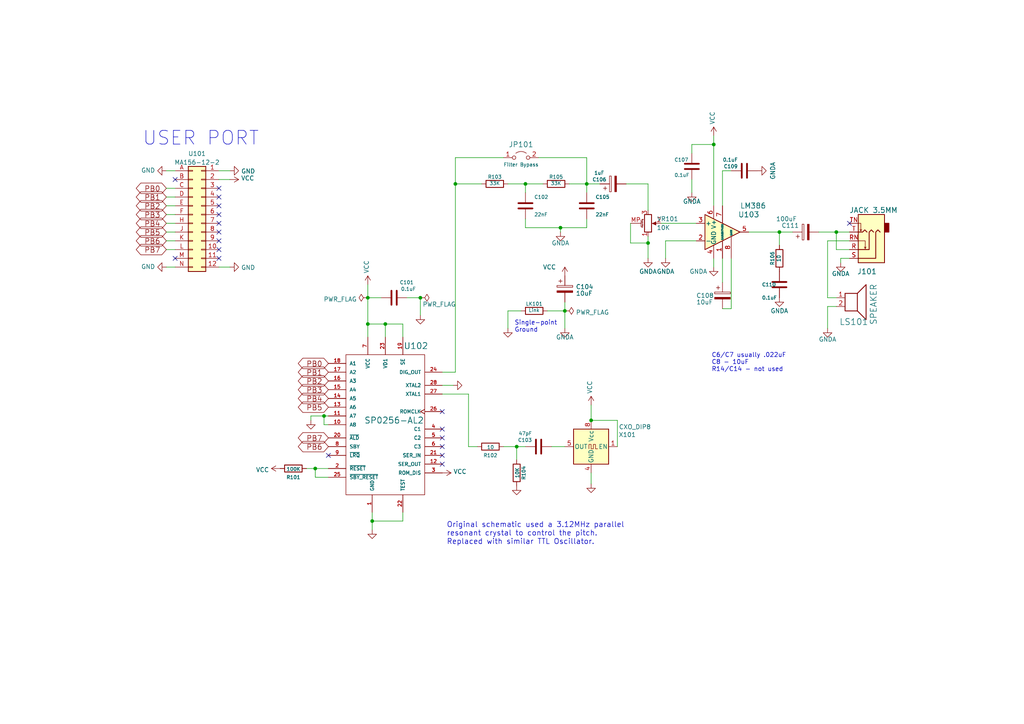
<source format=kicad_sch>
(kicad_sch (version 20211123) (generator eeschema)
  (paper "A4")
  (title_block (title "VIC1214Reloaded") (date "2022-07-07") (rev "1.0-001") (comment 1 "Speech processor board for the VIC-20") (comment 2 "Reusing the VIC-1214 designator, although not known if it was produced."))
  (lib_symbols
    (symbol "Amplifier_Audio:LM386" (pin_names (offset 0.127))
      (property "Reference" "U" (at 1.27 7.62 0))
      (property "Value" "LM386" (at 1.27 5.08 0))
      (symbol "LM386_0_1"
        (polyline (pts (xy 5.08 0) (xy -5.08 5.08) (xy -5.08 -5.08) (xy 5.08 0)) (stroke (width 0.254)) (fill (type background)))
      )
      (symbol "LM386_1_1"
        (pin input line (at 0 -7.62 90) (length 5.08) (name "GAIN") (number "1"))
        (pin input line (at -7.62 -2.54 0) (length 2.54) (name "-") (number "2"))
        (pin input line (at -7.62 2.54 0) (length 2.54) (name "+") (number "3"))
        (pin power_in line (at -2.54 -7.62 90) (length 3.81) (name "GND") (number "4"))
        (pin output line (at 7.62 0 180) (length 2.54) (name "~") (number "5"))
        (pin power_in line (at -2.54 7.62 270) (length 3.81) (name "V+") (number "6"))
        (pin input line (at 0 7.62 270) (length 5.08) (name "BYPASS") (number "7"))
        (pin input line (at 2.54 -7.62 90) (length 6.35) (name "GAIN") (number "8"))
      )
    )
    (symbol "Connector:AudioJack3_SwitchTR"
      (property "Reference" "J" (at 0 8.89 0))
      (property "Value" "AudioJack3_SwitchTR" (at 0 6.35 0))
      (symbol "AudioJack3_SwitchTR_0_1"
        (rectangle (start -5.08 -5.08) (end -6.35 -7.62) (stroke (width 0.254)) (fill (type outline)))
        (polyline (pts (xy 0.508 -0.254) (xy 0.762 -0.762)))
        (polyline (pts (xy 1.778 -5.334) (xy 2.032 -5.842)))
        (polyline (pts (xy 0 -5.08) (xy 0.635 -5.715) (xy 1.27 -5.08) (xy 2.54 -5.08)) (stroke (width 0.254)))
        (polyline (pts (xy 2.54 -7.62) (xy 1.778 -7.62) (xy 1.778 -5.334) (xy 1.524 -5.842)))
        (polyline (pts (xy 2.54 -2.54) (xy 0.508 -2.54) (xy 0.508 -0.254) (xy 0.254 -0.762)))
        (polyline (pts (xy -1.905 -5.08) (xy -1.27 -5.715) (xy -0.635 -5.08) (xy -0.635 0) (xy 2.54 0)) (stroke (width 0.254)))
        (polyline (pts (xy 2.54 2.54) (xy -2.54 2.54) (xy -2.54 -5.08) (xy -3.175 -5.715) (xy -3.81 -5.08)) (stroke (width 0.254)))
        (rectangle (start 2.54 3.81) (end -5.08 -10.16) (stroke (width 0.254)) (fill (type background)))
      )
      (symbol "AudioJack3_SwitchTR_1_1"
        (pin passive line (at 5.08 0 180) (length 2.54) (name "~") (number "R"))
        (pin passive line (at 5.08 -2.54 180) (length 2.54) (name "~") (number "RN"))
        (pin passive line (at 5.08 2.54 180) (length 2.54) (name "~") (number "S"))
        (pin passive line (at 5.08 -5.08 180) (length 2.54) (name "~") (number "T"))
        (pin passive line (at 5.08 -7.62 180) (length 2.54) (name "~") (number "TN"))
      )
    )
    (symbol "Device:C" (pin_numbers hide) (pin_names (offset 0.254))
      (property "Reference" "C" (at 0.635 2.54 0))
      (property "Value" "C" (at 0.635 -2.54 0))
      (symbol "C_0_1"
        (polyline (pts (xy -2.032 -0.762) (xy 2.032 -0.762)) (stroke (width 0.508)))
        (polyline (pts (xy -2.032 0.762) (xy 2.032 0.762)) (stroke (width 0.508)))
      )
      (symbol "C_1_1"
        (pin passive line (at 0 3.81 270) (length 2.794) (name "~") (number "1"))
        (pin passive line (at 0 -3.81 90) (length 2.794) (name "~") (number "2"))
      )
    )
    (symbol "Device:C_Polarized" (pin_numbers hide) (pin_names (offset 0.254))
      (property "Reference" "C" (at 0.635 2.54 0))
      (property "Value" "C_Polarized" (at 0.635 -2.54 0))
      (symbol "C_Polarized_0_1"
        (rectangle (start -2.286 0.508) (end 2.286 1.016))
        (polyline (pts (xy -1.778 2.286) (xy -0.762 2.286)))
        (polyline (pts (xy -1.27 2.794) (xy -1.27 1.778)))
        (rectangle (start 2.286 -0.508) (end -2.286 -1.016) (fill (type outline)))
      )
      (symbol "C_Polarized_1_1"
        (pin passive line (at 0 3.81 270) (length 2.794) (name "~") (number "1"))
        (pin passive line (at 0 -3.81 90) (length 2.794) (name "~") (number "2"))
      )
    )
    (symbol "Device:R" (pin_numbers hide) (pin_names (offset 0))
      (property "Reference" "R" (at 2.032 0 90))
      (property "Value" "R" (at 0 0 90))
      (symbol "R_0_1"
        (rectangle (start -1.016 -2.54) (end 1.016 2.54) (stroke (width 0.254)))
      )
      (symbol "R_1_1"
        (pin passive line (at 0 3.81 270) (length 1.27) (name "~") (number "1"))
        (pin passive line (at 0 -3.81 90) (length 1.27) (name "~") (number "2"))
      )
    )
    (symbol "Device:R_Potentiometer_MountingPin" (pin_names (offset 1.016) hide)
      (property "Reference" "RV" (at -8.255 0 90))
      (property "Value" "R_Potentiometer_MountingPin" (at -6.35 0 90))
      (symbol "R_Potentiometer_MountingPin_0_1"
        (polyline (pts (xy 2.54 0) (xy 1.524 0)))
        (polyline (pts (xy 1.143 0) (xy 2.286 0.508) (xy 2.286 -0.508)) (fill (type outline)))
        (rectangle (start 1.016 2.54) (end -1.016 -2.54) (stroke (width 0.254)))
      )
      (symbol "R_Potentiometer_MountingPin_1_1"
        (polyline (pts (xy -2.032 1.016) (xy -2.032 -1.016)) (stroke (width 0.1524)))
        (text "Mounting" (at -1.651 0 900) (effects (font (size 0.381 0.381))))
        (pin passive line (at 0 3.81 270) (length 1.27) (name "1") (number "1"))
        (pin passive line (at 3.81 0 180) (length 1.27) (name "2") (number "2"))
        (pin passive line (at 0 -3.81 90) (length 1.27) (name "3") (number "3"))
        (pin passive line (at -5.08 0 0) (length 3.048) (name "MountPin") (number "MP"))
      )
    )
    (symbol "Device:Speaker" (pin_names (offset 0) hide)
      (property "Reference" "LS" (at 1.27 5.715 0))
      (property "Value" "Speaker" (at 1.27 3.81 0))
      (symbol "Speaker_0_0"
        (rectangle (start -2.54 1.27) (end 1.016 -3.81) (stroke (width 0.254)))
        (polyline (pts (xy 1.016 1.27) (xy 3.556 3.81) (xy 3.556 -6.35) (xy 1.016 -3.81)) (stroke (width 0.254)))
      )
      (symbol "Speaker_1_1"
        (pin input line (at -5.08 0 0) (length 2.54) (name "1") (number "1"))
        (pin input line (at -5.08 -2.54 0) (length 2.54) (name "2") (number "2"))
      )
    )
    (symbol "Jumper:Jumper_2_Open" (pin_names (offset 0) hide)
      (property "Reference" "JP" (at 0 2.794 0))
      (property "Value" "Jumper_2_Open" (at 0 -2.286 0))
      (symbol "Jumper_2_Open_0_0"
        (circle (center -2.032 0) (radius 0.508))
        (circle (center 2.032 0) (radius 0.508))
      )
      (symbol "Jumper_2_Open_0_1"
        (arc (start 1.524 1.27) (mid 0 1.778) (end -1.524 1.27))
      )
      (symbol "Jumper_2_Open_1_1"
        (pin passive line (at -5.08 0 0) (length 2.54) (name "A") (number "1"))
        (pin passive line (at 5.08 0 180) (length 2.54) (name "B") (number "2"))
      )
    )
    (symbol "Oscillator:CXO_DIP8" (pin_names (offset 0.254))
      (property "Reference" "X" (at -5.08 6.35 0))
      (property "Value" "CXO_DIP8" (at 1.27 -6.35 0))
      (symbol "CXO_DIP8_0_1"
        (rectangle (start -5.08 5.08) (end 5.08 -5.08) (stroke (width 0.254)) (fill (type background)))
        (polyline (pts (xy -1.905 -0.635) (xy -1.27 -0.635) (xy -1.27 0.635) (xy -0.635 0.635) (xy -0.635 -0.635) (xy 0 -0.635) (xy 0 0.635) (xy 0.635 0.635) (xy 0.635 -0.635)))
      )
      (symbol "CXO_DIP8_1_1"
        (pin input line (at -7.62 0 0) (length 2.54) (name "EN") (number "1"))
        (pin power_in line (at 0 -7.62 90) (length 2.54) (name "GND") (number "4"))
        (pin output line (at 7.62 0 180) (length 2.54) (name "OUT") (number "5"))
        (pin power_in line (at 0 7.62 270) (length 2.54) (name "Vcc") (number "8"))
      )
    )
    (symbol "RAC_Custom2:MA156-12-2"
      (property "Reference" "U" (at 0 0 0))
      (property "Value" "MA156-12-2" (at 0 0 0))
      (symbol "MA156-12-2_1_1"
        (rectangle (start -2.54 2.667) (end -1.27 2.413) (stroke (width 0.1524)))
        (rectangle (start -2.54 5.207) (end -1.27 4.953) (stroke (width 0.1524)))
        (rectangle (start -2.54 7.747) (end -1.27 7.493) (stroke (width 0.1524)))
        (rectangle (start -2.54 10.287) (end -1.27 10.033) (stroke (width 0.1524)))
        (rectangle (start -2.54 12.827) (end -1.27 12.573) (stroke (width 0.1524)))
        (rectangle (start -2.54 15.367) (end -1.27 15.113) (stroke (width 0.1524)))
        (rectangle (start -2.54 17.907) (end -1.27 17.653) (stroke (width 0.1524)))
        (rectangle (start -2.54 20.447) (end -1.27 20.193) (stroke (width 0.1524)))
        (rectangle (start -2.54 22.987) (end -1.27 22.733) (stroke (width 0.1524)))
        (rectangle (start -2.54 25.527) (end -1.27 25.273) (stroke (width 0.1524)))
        (rectangle (start -2.54 28.067) (end -1.27 27.813) (stroke (width 0.1524)))
        (rectangle (start -2.54 30.607) (end -1.27 30.353) (stroke (width 0.1524)))
        (rectangle (start -2.54 31.75) (end 2.54 1.27) (stroke (width 0.254)) (fill (type background)))
        (rectangle (start 2.54 2.667) (end 1.27 2.413) (stroke (width 0.1524)))
        (rectangle (start 2.54 5.207) (end 1.27 4.953) (stroke (width 0.1524)))
        (rectangle (start 2.54 7.747) (end 1.27 7.493) (stroke (width 0.1524)))
        (rectangle (start 2.54 10.287) (end 1.27 10.033) (stroke (width 0.1524)))
        (rectangle (start 2.54 12.827) (end 1.27 12.573) (stroke (width 0.1524)))
        (rectangle (start 2.54 15.367) (end 1.27 15.113) (stroke (width 0.1524)))
        (rectangle (start 2.54 17.907) (end 1.27 17.653) (stroke (width 0.1524)))
        (rectangle (start 2.54 20.447) (end 1.27 20.193) (stroke (width 0.1524)))
        (rectangle (start 2.54 22.987) (end 1.27 22.733) (stroke (width 0.1524)))
        (rectangle (start 2.54 25.527) (end 1.27 25.273) (stroke (width 0.1524)))
        (rectangle (start 2.54 28.067) (end 1.27 27.813) (stroke (width 0.1524)))
        (rectangle (start 2.54 30.607) (end 1.27 30.353) (stroke (width 0.1524)))
        (pin passive line (at 6.35 30.48 180) (length 3.81) (name "") (number "1"))
        (pin passive line (at 6.35 7.62 180) (length 3.81) (name "") (number "10"))
        (pin passive line (at 6.35 5.08 180) (length 3.81) (name "") (number "11"))
        (pin passive line (at 6.35 2.54 180) (length 3.81) (name "") (number "12"))
        (pin passive line (at 6.35 27.94 180) (length 3.81) (name "") (number "2"))
        (pin passive line (at 6.35 25.4 180) (length 3.81) (name "") (number "3"))
        (pin passive line (at 6.35 22.86 180) (length 3.81) (name "") (number "4"))
        (pin passive line (at 6.35 20.32 180) (length 3.81) (name "") (number "5"))
        (pin passive line (at 6.35 17.78 180) (length 3.81) (name "") (number "6"))
        (pin passive line (at 6.35 15.24 180) (length 3.81) (name "") (number "7"))
        (pin passive line (at 6.35 12.7 180) (length 3.81) (name "") (number "8"))
        (pin passive line (at 6.35 10.16 180) (length 3.81) (name "") (number "9"))
        (pin passive line (at -6.35 30.48 0) (length 3.81) (name "") (number "A"))
        (pin passive line (at -6.35 27.94 0) (length 3.81) (name "") (number "B"))
        (pin passive line (at -6.35 25.4 0) (length 3.81) (name "") (number "C"))
        (pin passive line (at -6.35 22.86 0) (length 3.81) (name "") (number "D"))
        (pin passive line (at -6.35 20.32 0) (length 3.81) (name "") (number "E"))
        (pin passive line (at -6.35 17.78 0) (length 3.81) (name "") (number "F"))
        (pin passive line (at -6.35 15.24 0) (length 3.81) (name "") (number "H"))
        (pin passive line (at -6.35 12.7 0) (length 3.81) (name "") (number "J"))
        (pin passive line (at -6.35 10.16 0) (length 3.81) (name "") (number "K"))
        (pin passive line (at -6.35 7.62 0) (length 3.81) (name "") (number "L"))
        (pin passive line (at -6.35 5.08 0) (length 3.81) (name "") (number "M"))
        (pin passive line (at -6.35 2.54 0) (length 3.81) (name "") (number "N"))
      )
    )
    (symbol "RAC_Custom2:SP0256-AL2" (pin_names (offset 1.016))
      (property "Reference" "U2" (at 8.89 22.86 0))
      (property "Value" "SP0256-AL2" (at 2.54 1.27 0))
      (symbol "SP0256-AL2_0_0"
        (pin passive line (at -3.81 -25.4 90) (length 5.08) (name "GND") (number "1"))
        (pin input line (at -16.51 0 0) (length 5.08) (name "A8") (number "10"))
        (pin input line (at -16.51 2.54 0) (length 5.08) (name "A7") (number "11"))
        (pin output line (at 16.51 -11.43 180) (length 5.08) (name "SER_OUT") (number "12"))
        (pin passive line (at 5.08 25.4 270) (length 5.08) (name "SE") (number "19"))
        (pin passive line (at -16.51 -12.7 0) (length 5.08) (name "~{RESET}") (number "2"))
        (pin input line (at 16.51 -8.89 180) (length 5.08) (name "SER_IN") (number "21"))
        (pin passive line (at 5.08 -25.4 90) (length 5.08) (name "TEST") (number "22"))
        (pin passive line (at 0 25.4 270) (length 5.08) (name "VD1") (number "23"))
        (pin output line (at 16.51 15.24 180) (length 5.08) (name "DIG_OUT") (number "24"))
        (pin passive line (at -16.51 -15.24 0) (length 5.08) (name "~{SBY_RESET}") (number "25"))
        (pin output clock (at 16.51 3.81 180) (length 5.08) (name "ROMCLK") (number "26"))
        (pin passive line (at 16.51 8.89 180) (length 5.08) (name "XTAL1") (number "27"))
        (pin passive line (at 16.51 11.43 180) (length 5.08) (name "XTAL2") (number "28"))
        (pin input line (at 16.51 -13.97 180) (length 5.08) (name "ROM_DIS") (number "3"))
        (pin input line (at 16.51 -1.27 180) (length 5.08) (name "C1") (number "4"))
        (pin input line (at 16.51 -3.81 180) (length 5.08) (name "C2") (number "5"))
        (pin input line (at 16.51 -6.35 180) (length 5.08) (name "C3") (number "6"))
        (pin power_in line (at -5.08 25.4 270) (length 5.08) (name "VCC") (number "7"))
        (pin passive line (at -16.51 -6.35 0) (length 5.08) (name "SBY") (number "8"))
      )
      (symbol "SP0256-AL2_0_1"
        (rectangle (start -11.43 20.32) (end 11.43 -20.32))
      )
      (symbol "SP0256-AL2_1_1"
        (pin input line (at -16.51 5.08 0) (length 5.08) (name "A6") (number "13"))
        (pin input line (at -16.51 7.62 0) (length 5.08) (name "A5") (number "14"))
        (pin input line (at -16.51 10.16 0) (length 5.08) (name "A4") (number "15"))
        (pin input line (at -16.51 12.7 0) (length 5.08) (name "A3") (number "16"))
        (pin input line (at -16.51 15.24 0) (length 5.08) (name "A2") (number "17"))
        (pin input line (at -16.51 17.78 0) (length 5.08) (name "A1") (number "18"))
        (pin input line (at -16.51 -3.81 0) (length 5.08) (name "~{ALD}") (number "20"))
        (pin input line (at -16.51 -8.89 0) (length 5.08) (name "~{LRQ}") (number "9"))
      )
    )
    (symbol "power:GND" (power) (pin_names (offset 0))
      (property "Value" "GND" (at 0 -3.81 0))
      (symbol "GND_0_1"
        (polyline (pts (xy 0 0) (xy 0 -1.27) (xy 1.27 -1.27) (xy 0 -2.54) (xy -1.27 -1.27) (xy 0 -1.27)))
      )
      (symbol "GND_1_1"
        (pin power_in line (at 0 0 270) (length 0) hide (name "GND") (number "1"))
      )
    )
    (symbol "power:GNDA" (power) (pin_names (offset 0))
      (property "Value" "GNDA" (at 0 -3.81 0))
      (symbol "GNDA_0_1"
        (polyline (pts (xy 0 0) (xy 0 -1.27) (xy 1.27 -1.27) (xy 0 -2.54) (xy -1.27 -1.27) (xy 0 -1.27)))
      )
      (symbol "GNDA_1_1"
        (pin power_in line (at 0 0 270) (length 0) hide (name "GNDA") (number "1"))
      )
    )
    (symbol "power:PWR_FLAG" (power) (pin_numbers hide) (pin_names (offset 0) hide)
      (property "Value" "PWR_FLAG" (at 0 3.81 0))
      (symbol "PWR_FLAG_0_0"
        (pin power_out line (at 0 0 90) (length 0) (name "pwr") (number "1"))
      )
      (symbol "PWR_FLAG_0_1"
        (polyline (pts (xy 0 0) (xy 0 1.27) (xy -1.016 1.905) (xy 0 2.54) (xy 1.016 1.905) (xy 0 1.27)))
      )
    )
    (symbol "power:VCC" (power) (pin_names (offset 0))
      (property "Value" "VCC" (at 0 3.81 0))
      (symbol "VCC_0_1"
        (polyline (pts (xy -0.762 1.27) (xy 0 2.54)))
        (polyline (pts (xy 0 0) (xy 0 2.54)))
        (polyline (pts (xy 0 2.54) (xy 0.762 1.27)))
      )
      (symbol "VCC_1_1"
        (pin power_in line (at 0 0 90) (length 0) hide (name "VCC") (number "1"))
      )
    )
  )
  (junction (at 149.86 129.54))
  (junction (at 106.68 86.36))
  (junction (at 170.18 53.34))
  (junction (at 106.68 93.98))
  (junction (at 226.06 67.31))
  (junction (at 152.4 53.34))
  (junction (at 93.98 120.65))
  (junction (at 242.57 67.31))
  (junction (at 162.56 66.04))
  (junction (at 107.95 151.13))
  (junction (at 187.96 70.485))
  (junction (at 132.08 53.34))
  (junction (at 171.45 121.92))
  (junction (at 91.44 135.89))
  (junction (at 111.76 93.98))
  (junction (at 207.01 41.91))
  (junction (at 163.83 90.17))
  (junction (at 121.92 86.36))
  (no_connect (at 63.5 69.85))
  (no_connect (at 63.5 64.77))
  (no_connect (at 63.5 62.23))
  (no_connect (at 63.5 67.31))
  (no_connect (at 63.5 57.15))
  (no_connect (at 63.5 54.61))
  (no_connect (at 63.5 59.69))
  (no_connect (at 50.8 74.93))
  (no_connect (at 50.8 52.07))
  (no_connect (at 63.5 72.39))
  (no_connect (at 63.5 74.93))
  (no_connect (at 128.27 134.62))
  (no_connect (at 128.27 127))
  (no_connect (at 128.27 129.54))
  (no_connect (at 128.27 132.08))
  (no_connect (at 128.27 119.38))
  (no_connect (at 128.27 124.46))
  (no_connect (at 95.25 132.08))
  (no_connect (at 246.38 64.77))
  (wire (pts (xy 158.75 90.17) (xy 163.83 90.17)))
  (wire (pts (xy 207.01 41.91) (xy 200.66 41.91)))
  (wire (pts (xy 132.08 45.72) (xy 132.08 53.34)))
  (wire (pts (xy 132.08 53.34) (xy 132.08 107.95)))
  (wire (pts (xy 163.83 87.63) (xy 163.83 90.17)))
  (wire (pts (xy 170.18 45.72) (xy 170.18 53.34)))
  (wire (pts (xy 147.32 90.17) (xy 147.32 95.25)))
  (wire (pts (xy 240.03 69.85) (xy 240.03 86.36)))
  (wire (pts (xy 48.26 69.85) (xy 50.8 69.85)))
  (wire (pts (xy 212.09 74.93) (xy 212.09 89.535)))
  (wire (pts (xy 162.56 66.04) (xy 170.18 66.04)))
  (wire (pts (xy 200.66 41.91) (xy 200.66 44.45)))
  (wire (pts (xy 132.08 107.95) (xy 128.27 107.95)))
  (wire (pts (xy 91.44 138.43) (xy 91.44 135.89)))
  (wire (pts (xy 193.04 69.85) (xy 201.93 69.85)))
  (wire (pts (xy 66.675 77.47) (xy 63.5 77.47)))
  (wire (pts (xy 152.4 53.34) (xy 152.4 55.88)))
  (wire (pts (xy 209.55 49.53) (xy 212.09 49.53)))
  (wire (pts (xy 50.8 67.31) (xy 48.26 67.31)))
  (wire (pts (xy 243.84 74.93) (xy 243.84 76.2)))
  (wire (pts (xy 187.96 68.58) (xy 187.96 70.485)))
  (wire (pts (xy 226.06 67.31) (xy 229.87 67.31)))
  (wire (pts (xy 182.88 64.77) (xy 182.88 70.485)))
  (wire (pts (xy 48.26 64.77) (xy 50.8 64.77)))
  (wire (pts (xy 107.95 148.59) (xy 107.95 151.13)))
  (wire (pts (xy 111.76 93.98) (xy 116.84 93.98)))
  (wire (pts (xy 48.26 49.53) (xy 50.8 49.53)))
  (wire (pts (xy 147.32 53.34) (xy 152.4 53.34)))
  (wire (pts (xy 106.68 86.36) (xy 110.49 86.36)))
  (wire (pts (xy 240.03 88.9) (xy 240.03 95.25)))
  (wire (pts (xy 243.84 74.93) (xy 246.38 74.93)))
  (wire (pts (xy 135.89 129.54) (xy 138.43 129.54)))
  (wire (pts (xy 170.18 53.34) (xy 173.99 53.34)))
  (wire (pts (xy 107.95 151.13) (xy 107.95 153.67)))
  (wire (pts (xy 128.27 111.76) (xy 131.445 111.76)))
  (wire (pts (xy 118.11 86.36) (xy 121.92 86.36)))
  (wire (pts (xy 149.86 129.54) (xy 152.4 129.54)))
  (wire (pts (xy 207.01 39.37) (xy 207.01 41.91)))
  (wire (pts (xy 111.76 97.79) (xy 111.76 93.98)))
  (wire (pts (xy 106.68 82.55) (xy 106.68 86.36)))
  (wire (pts (xy 106.68 93.98) (xy 106.68 97.79)))
  (wire (pts (xy 240.03 86.36) (xy 242.57 86.36)))
  (wire (pts (xy 171.45 117.475) (xy 171.45 121.92)))
  (wire (pts (xy 116.84 151.13) (xy 116.84 148.59)))
  (wire (pts (xy 226.06 67.31) (xy 226.06 71.12)))
  (wire (pts (xy 48.26 54.61) (xy 50.8 54.61)))
  (wire (pts (xy 209.55 74.93) (xy 209.55 81.915)))
  (wire (pts (xy 207.01 41.91) (xy 207.01 59.69)))
  (wire (pts (xy 160.02 129.54) (xy 163.83 129.54)))
  (wire (pts (xy 106.68 86.36) (xy 106.68 93.98)))
  (wire (pts (xy 50.8 72.39) (xy 48.26 72.39)))
  (wire (pts (xy 165.1 53.34) (xy 170.18 53.34)))
  (wire (pts (xy 200.66 52.07) (xy 200.66 55.88)))
  (wire (pts (xy 217.17 67.31) (xy 226.06 67.31)))
  (wire (pts (xy 88.9 135.89) (xy 91.44 135.89)))
  (wire (pts (xy 93.98 120.65) (xy 93.98 123.19)))
  (wire (pts (xy 171.45 121.92) (xy 179.07 121.92)))
  (wire (pts (xy 152.4 53.34) (xy 157.48 53.34)))
  (wire (pts (xy 107.95 151.13) (xy 116.84 151.13)))
  (wire (pts (xy 48.26 77.47) (xy 50.8 77.47)))
  (wire (pts (xy 48.26 59.69) (xy 50.8 59.69)))
  (wire (pts (xy 170.18 53.34) (xy 170.18 55.88)))
  (wire (pts (xy 149.86 129.54) (xy 149.86 133.35)))
  (wire (pts (xy 90.17 121.92) (xy 90.17 120.65)))
  (wire (pts (xy 237.49 67.31) (xy 242.57 67.31)))
  (wire (pts (xy 50.8 62.23) (xy 48.26 62.23)))
  (wire (pts (xy 90.17 120.65) (xy 93.98 120.65)))
  (wire (pts (xy 106.68 93.98) (xy 111.76 93.98)))
  (wire (pts (xy 242.57 67.31) (xy 246.38 67.31)))
  (wire (pts (xy 135.89 114.3) (xy 128.27 114.3)))
  (wire (pts (xy 152.4 63.5) (xy 152.4 66.04)))
  (wire (pts (xy 152.4 66.04) (xy 162.56 66.04)))
  (wire (pts (xy 191.77 64.77) (xy 201.93 64.77)))
  (wire (pts (xy 170.18 63.5) (xy 170.18 66.04)))
  (wire (pts (xy 171.45 137.16) (xy 171.45 140.335)))
  (wire (pts (xy 132.08 45.72) (xy 146.05 45.72)))
  (wire (pts (xy 242.57 72.39) (xy 242.57 67.31)))
  (wire (pts (xy 147.32 90.17) (xy 151.13 90.17)))
  (wire (pts (xy 187.96 70.485) (xy 187.96 74.93)))
  (wire (pts (xy 135.89 114.3) (xy 135.89 129.54)))
  (wire (pts (xy 146.05 129.54) (xy 149.86 129.54)))
  (wire (pts (xy 93.98 123.19) (xy 95.25 123.19)))
  (wire (pts (xy 242.57 72.39) (xy 246.38 72.39)))
  (wire (pts (xy 93.98 120.65) (xy 95.25 120.65)))
  (wire (pts (xy 181.61 53.34) (xy 187.96 53.34)))
  (wire (pts (xy 91.44 135.89) (xy 95.25 135.89)))
  (wire (pts (xy 63.5 52.07) (xy 66.675 52.07)))
  (wire (pts (xy 50.8 57.15) (xy 48.26 57.15)))
  (wire (pts (xy 121.92 86.36) (xy 121.92 91.44)))
  (wire (pts (xy 187.96 53.34) (xy 187.96 60.96)))
  (wire (pts (xy 91.44 138.43) (xy 95.25 138.43)))
  (wire (pts (xy 156.21 45.72) (xy 170.18 45.72)))
  (wire (pts (xy 179.07 121.92) (xy 179.07 129.54)))
  (wire (pts (xy 132.08 53.34) (xy 139.7 53.34)))
  (wire (pts (xy 66.675 49.53) (xy 63.5 49.53)))
  (wire (pts (xy 207.01 74.93) (xy 207.01 77.47)))
  (wire (pts (xy 163.83 90.17) (xy 163.83 95.25)))
  (wire (pts (xy 162.56 66.04) (xy 162.56 67.31)))
  (wire (pts (xy 246.38 69.85) (xy 240.03 69.85)))
  (wire (pts (xy 116.84 93.98) (xy 116.84 97.79)))
  (wire (pts (xy 182.88 70.485) (xy 187.96 70.485)))
  (wire (pts (xy 242.57 88.9) (xy 240.03 88.9)))
  (wire (pts (xy 193.04 69.85) (xy 193.04 74.93)))
  (wire (pts (xy 209.55 49.53) (xy 209.55 59.69)))
  (wire (pts (xy 212.09 89.535) (xy 209.55 89.535)))
  (text "Original schematic used a 3.12MHz parallel\nresonant crystal to control the pitch.\nReplaced with similar TTL Oscillator." (at 129.54 158.115 0) (effects (font (size 1.524 1.524)) (justify left bottom)))
  (text "C6/C7 usually .022uF\nC8 - 10uF\nR14/C14 - not used" (at 206.375 107.95 0) (effects (font (size 1.27 1.27)) (justify left bottom)))
  (text "Single-point\nGround" (at 149.225 96.52 0) (effects (font (size 1.27 1.27)) (justify left bottom)))
  (text "USER PORT" (at 41.275 42.545 0) (effects (font (size 3.9878 3.9878)) (justify left bottom)))
  (global_label "PB3" (shape bidirectional) (at 95.25 113.03 180) (effects (font (size 1.524 1.524))) (property "Intersheet References" "${INTERSHEET_REFS}" (effects hide)))
  (global_label "PB1" (shape bidirectional) (at 48.26 57.15 180) (effects (font (size 1.524 1.524))) (property "Intersheet References" "${INTERSHEET_REFS}" (effects hide)))
  (global_label "PB3" (shape bidirectional) (at 48.26 62.23 180) (effects (font (size 1.524 1.524))) (property "Intersheet References" "${INTERSHEET_REFS}" (effects hide)))
  (global_label "PB6" (shape bidirectional) (at 48.26 69.85 180) (effects (font (size 1.524 1.524))) (property "Intersheet References" "${INTERSHEET_REFS}" (effects hide)))
  (global_label "PB0" (shape bidirectional) (at 48.26 54.61 180) (effects (font (size 1.524 1.524))) (property "Intersheet References" "${INTERSHEET_REFS}" (effects hide)))
  (global_label "PB4" (shape bidirectional) (at 95.25 115.57 180) (effects (font (size 1.524 1.524))) (property "Intersheet References" "${INTERSHEET_REFS}" (effects hide)))
  (global_label "PB7" (shape bidirectional) (at 95.25 127 180) (effects (font (size 1.524 1.524))) (property "Intersheet References" "${INTERSHEET_REFS}" (effects hide)))
  (global_label "PB6" (shape bidirectional) (at 95.25 129.54 180) (effects (font (size 1.524 1.524))) (property "Intersheet References" "${INTERSHEET_REFS}" (effects hide)))
  (global_label "PB5" (shape bidirectional) (at 95.25 118.11 180) (effects (font (size 1.524 1.524))) (property "Intersheet References" "${INTERSHEET_REFS}" (effects hide)))
  (global_label "PB0" (shape bidirectional) (at 95.25 105.41 180) (effects (font (size 1.524 1.524))) (property "Intersheet References" "${INTERSHEET_REFS}" (effects hide)))
  (global_label "PB2" (shape bidirectional) (at 95.25 110.49 180) (effects (font (size 1.524 1.524))) (property "Intersheet References" "${INTERSHEET_REFS}" (effects hide)))
  (global_label "PB4" (shape bidirectional) (at 48.26 64.77 180) (effects (font (size 1.524 1.524))) (property "Intersheet References" "${INTERSHEET_REFS}" (effects hide)))
  (global_label "PB7" (shape bidirectional) (at 48.26 72.39 180) (effects (font (size 1.524 1.524))) (property "Intersheet References" "${INTERSHEET_REFS}" (effects hide)))
  (global_label "PB1" (shape bidirectional) (at 95.25 107.95 180) (effects (font (size 1.524 1.524))) (property "Intersheet References" "${INTERSHEET_REFS}" (effects hide)))
  (global_label "PB2" (shape bidirectional) (at 48.26 59.69 180) (effects (font (size 1.524 1.524))) (property "Intersheet References" "${INTERSHEET_REFS}" (effects hide)))
  (global_label "PB5" (shape bidirectional) (at 48.26 67.31 180) (effects (font (size 1.524 1.524))) (property "Intersheet References" "${INTERSHEET_REFS}" (effects hide)))
  (symbol (lib_id "RAC_Custom2:SP0256-AL2") (at 111.76 123.19 0) (unit 1)
    (property "Reference" "U102" (at 120.65 100.33 0) (effects (font (size 1.778 1.778))))
    (property "Value" "SP0256-AL2" (at 114.3 121.92 0) (effects (font (size 1.778 1.778))))
    (property "Footprint" "Package_DIP:DIP-28_W15.24mm_Socket" (effects hide))
  )
  (symbol (lib_id "Device:R") (at 143.51 53.34 90) (unit 1)
    (property "Reference" "R103" (at 143.51 51.308 90) (effects (font (size 1.016 1.016))))
    (property "Value" "33K" (at 143.4846 53.1622 90) (effects (font (size 1.016 1.016))))
    (property "Footprint" "Resistor_THT:R_Axial_DIN0207_L6.3mm_D2.5mm_P7.62mm_Horizontal" (effects hide))
  )
  (symbol (lib_id "Device:R") (at 161.29 53.34 90) (unit 1)
    (property "Reference" "R105" (at 161.29 51.308 90) (effects (font (size 1.016 1.016))))
    (property "Value" "33K" (at 161.2646 53.1622 90) (effects (font (size 1.016 1.016))))
    (property "Footprint" "Resistor_THT:R_Axial_DIN0207_L6.3mm_D2.5mm_P7.62mm_Horizontal" (effects hide))
  )
  (symbol (lib_id "Device:C") (at 152.4 59.69 0) (unit 1)
    (property "Reference" "C102" (at 154.94 57.15 0) (effects (font (size 1.016 1.016)) (justify left)))
    (property "Value" "22nF" (at 154.94 62.23 0) (effects (font (size 1.016 1.016)) (justify left)))
    (property "Footprint" "Capacitor_THT:C_Disc_D7.0mm_W2.5mm_P5.00mm" (effects hide))
  )
  (symbol (lib_id "Device:C") (at 170.18 59.69 0) (unit 1)
    (property "Reference" "C105" (at 172.72 57.15 0) (effects (font (size 1.016 1.016)) (justify left)))
    (property "Value" "22nF" (at 172.72 62.23 0) (effects (font (size 1.016 1.016)) (justify left)))
    (property "Footprint" "Capacitor_THT:C_Disc_D7.0mm_W2.5mm_P5.00mm" (effects hide))
  )
  (symbol (lib_id "Device:C_Polarized") (at 177.8 53.34 90) (unit 1)
    (property "Reference" "C106" (at 175.895 52.07 90) (effects (font (size 1.016 1.016)) (justify left)))
    (property "Value" "1uF" (at 175.26 50.165 90) (effects (font (size 1.016 1.016)) (justify left)))
    (property "Footprint" "Capacitor_THT:CP_Radial_D6.3mm_P2.50mm" (effects hide))
  )
  (symbol (lib_id "Jumper:Jumper_2_Open") (at 151.13 45.72 0) (unit 1)
    (property "Reference" "JP101" (at 151.13 41.91 0) (effects (font (size 1.524 1.524))))
    (property "Value" "Filter Bypass" (at 151.13 47.752 0) (effects (font (size 1.016 1.016))))
    (property "Footprint" "Connector_PinHeader_2.54mm:PinHeader_1x02_P2.54mm_Vertical" (effects hide))
  )
  (symbol (lib_id "Amplifier_Audio:LM386") (at 209.55 67.31 0) (unit 1)
    (property "Reference" "U103" (at 217.17 62.23 0) (effects (font (size 1.524 1.524))))
    (property "Value" "LM386" (at 218.44 59.69 0) (effects (font (size 1.524 1.524))))
    (property "Footprint" "Package_DIP:DIP-8_W7.62mm_Socket" (effects hide))
    (property "Datasheet" "http://www.ti.com/lit/ds/symlink/lm386.pdf" (effects hide))
  )
  (symbol (lib_id "Device:C") (at 215.9 49.53 90) (unit 1)
    (property "Reference" "C109" (at 213.995 48.26 90) (effects (font (size 1.016 1.016)) (justify left)))
    (property "Value" "0.1uF" (at 213.995 46.355 90) (effects (font (size 1.016 1.016)) (justify left)))
    (property "Footprint" "Capacitor_THT:C_Disc_D5.0mm_W2.5mm_P5.00mm" (effects hide))
  )
  (symbol (lib_id "Device:C") (at 226.06 82.55 0) (unit 1)
    (property "Reference" "C110" (at 220.98 82.55 0) (effects (font (size 1.016 1.016)) (justify left)))
    (property "Value" "0.1uF" (at 220.98 86.36 0) (effects (font (size 1.016 1.016)) (justify left)))
    (property "Footprint" "Capacitor_THT:C_Disc_D5.0mm_W2.5mm_P5.00mm" (effects hide))
  )
  (symbol (lib_id "Device:R") (at 226.06 74.93 180) (unit 1)
    (property "Reference" "R106" (at 224.028 74.93 90) (effects (font (size 1.016 1.016))))
    (property "Value" "10" (at 225.8822 74.9554 90) (effects (font (size 1.016 1.016))))
    (property "Footprint" "Resistor_THT:R_Axial_DIN0207_L6.3mm_D2.5mm_P7.62mm_Horizontal" (effects hide))
  )
  (symbol (lib_id "Device:C_Polarized") (at 233.68 67.31 90) (unit 1)
    (property "Reference" "C111" (at 231.775 65.405 90) (effects (justify left)))
    (property "Value" "100uF" (at 231.14 63.5 90) (effects (justify left)))
    (property "Footprint" "Capacitor_THT:CP_Radial_D6.3mm_P2.50mm" (effects hide))
  )
  (symbol (lib_id "Device:Speaker") (at 247.65 86.36 0) (unit 1)
    (property "Reference" "LS101" (at 247.65 93.345 0) (effects (font (size 1.778 1.778))))
    (property "Value" "SPEAKER" (at 253.365 88.265 90) (effects (font (size 1.778 1.778))))
    (property "Footprint" "Connector_PinHeader_2.54mm:PinHeader_1x02_P2.54mm_Vertical" (effects hide))
  )
  (symbol (lib_id "Device:C_Polarized") (at 209.55 85.725 0) (unit 1)
    (property "Reference" "C108" (at 201.93 85.725 0) (effects (justify left)))
    (property "Value" "10uF" (at 201.93 87.63 0) (effects (justify left)))
    (property "Footprint" "Capacitor_THT:CP_Radial_D6.3mm_P2.50mm" (effects hide))
  )
  (symbol (lib_id "Device:C") (at 200.66 48.26 0) (unit 1)
    (property "Reference" "C107" (at 195.58 46.355 0) (effects (font (size 1.016 1.016)) (justify left)))
    (property "Value" "0.1uF" (at 195.58 50.8 0) (effects (font (size 1.016 1.016)) (justify left)))
    (property "Footprint" "Capacitor_THT:C_Disc_D5.0mm_W2.5mm_P5.00mm" (effects hide))
  )
  (symbol (lib_id "Device:R_Potentiometer_MountingPin") (at 187.96 64.77 0) (mirror x) (unit 1)
    (property "Reference" "VR101" (at 193.675 63.5 0))
    (property "Value" "10K" (at 192.405 66.04 0))
    (property "Footprint" "Potentiometer_THT:Potentiometer_Alps_RK09L_Single_Horizontal" (effects hide))
  )
  (symbol (lib_id "Device:C") (at 156.21 129.54 90) (unit 1)
    (property "Reference" "C103" (at 154.305 127.635 90) (effects (font (size 1.016 1.016)) (justify left)))
    (property "Value" "47pF" (at 154.305 125.73 90) (effects (font (size 1.016 1.016)) (justify left)))
    (property "Footprint" "Capacitor_THT:C_Disc_D5.0mm_W2.5mm_P5.00mm" (effects hide))
  )
  (symbol (lib_id "Device:R") (at 142.24 129.54 270) (unit 1)
    (property "Reference" "R102" (at 142.24 132.08 90) (effects (font (size 1.016 1.016))))
    (property "Value" "10" (at 142.2654 129.7178 90) (effects (font (size 1.016 1.016))))
    (property "Footprint" "Resistor_THT:R_Axial_DIN0207_L6.3mm_D2.5mm_P7.62mm_Horizontal" (effects hide))
  )
  (symbol (lib_id "Device:R") (at 149.86 137.16 0) (unit 1)
    (property "Reference" "R104" (at 151.892 137.16 90) (effects (font (size 1.016 1.016))))
    (property "Value" "10K" (at 150.0378 137.1346 90) (effects (font (size 1.016 1.016))))
    (property "Footprint" "Resistor_THT:R_Axial_DIN0207_L6.3mm_D2.5mm_P7.62mm_Horizontal" (effects hide))
  )
  (symbol (lib_id "power:GND") (at 149.86 140.97 0) (unit 1)
    (property "Reference" "#PWR0114" (effects hide))
    (property "Value" "GND" (effects hide))
  )
  (symbol (lib_id "power:GND") (at 107.95 153.67 0) (mirror y) (unit 1)
    (property "Reference" "#PWR0109" (effects hide))
    (property "Value" "GND" (effects hide))
  )
  (symbol (lib_id "Device:C") (at 114.3 86.36 90) (unit 1)
    (property "Reference" "C101" (at 120.015 81.915 90) (effects (font (size 1.016 1.016)) (justify left)))
    (property "Value" "0.1uF" (at 120.65 83.82 90) (effects (font (size 1.016 1.016)) (justify left)))
    (property "Footprint" "Capacitor_THT:C_Disc_D5.0mm_W2.5mm_P5.00mm" (effects hide))
  )
  (symbol (lib_id "power:GND") (at 121.92 91.44 0) (mirror y) (unit 1)
    (property "Reference" "#PWR0110" (effects hide))
    (property "Value" "GND" (effects hide))
  )
  (symbol (lib_id "power:GND") (at 147.32 95.25 0) (mirror y) (unit 1)
    (property "Reference" "#PWR0113" (effects hide))
    (property "Value" "GND" (effects hide))
  )
  (symbol (lib_id "power:GND") (at 131.445 111.76 90) (unit 1)
    (property "Reference" "#PWR0112" (effects hide))
    (property "Value" "GND" (effects hide))
  )
  (symbol (lib_id "power:GND") (at 90.17 121.92 0) (unit 1)
    (property "Reference" "#PWR0107" (effects hide))
    (property "Value" "GND" (effects hide))
  )
  (symbol (lib_id "Connector:AudioJack3_SwitchTR") (at 251.46 72.39 180) (unit 1)
    (property "Reference" "J101" (at 251.46 78.74 0) (effects (font (size 1.524 1.524))))
    (property "Value" "JACK 3.5MM" (at 253.365 60.96 0) (effects (font (size 1.524 1.524))))
    (property "Footprint" "Connector_Audio:Jack_3.5mm_Ledino_KB3SPRS_Horizontal" (effects hide))
  )
  (symbol (lib_id "power:GNDA") (at 219.71 49.53 90) (unit 1)
    (property "Reference" "#PWR0125" (effects hide))
    (property "Value" "AGND" (at 224.155 49.53 0))
  )
  (symbol (lib_id "power:GNDA") (at 226.06 86.36 0) (unit 1)
    (property "Reference" "#PWR0126" (effects hide))
    (property "Value" "AGND" (at 226.06 90.17 0))
  )
  (symbol (lib_id "power:GNDA") (at 240.03 95.25 0) (unit 1)
    (property "Reference" "#PWR0127" (effects hide))
    (property "Value" "AGND" (at 240.03 98.425 0))
  )
  (symbol (lib_id "power:GNDA") (at 243.84 76.2 0) (unit 1)
    (property "Reference" "#PWR0128" (effects hide))
    (property "Value" "AGND" (at 243.84 79.375 0))
  )
  (symbol (lib_id "power:GNDA") (at 207.01 77.47 0) (unit 1)
    (property "Reference" "#PWR0124" (effects hide))
    (property "Value" "AGND" (at 202.565 78.74 0))
  )
  (symbol (lib_id "power:GNDA") (at 200.66 55.88 0) (unit 1)
    (property "Reference" "#PWR0122" (effects hide))
    (property "Value" "AGND" (at 200.66 58.42 0))
  )
  (symbol (lib_id "power:GNDA") (at 193.04 74.93 0) (unit 1)
    (property "Reference" "#PWR0121" (effects hide))
    (property "Value" "AGND" (at 193.04 78.74 0))
  )
  (symbol (lib_id "power:GNDA") (at 187.96 74.93 0) (unit 1)
    (property "Reference" "#PWR0120" (effects hide))
    (property "Value" "AGND" (at 187.96 78.74 0))
  )
  (symbol (lib_id "power:GNDA") (at 162.56 67.31 0) (unit 1)
    (property "Reference" "#PWR0115" (effects hide))
    (property "Value" "AGND" (at 162.56 70.485 0))
  )
  (symbol (lib_id "Device:R") (at 154.94 90.17 90) (unit 1)
    (property "Reference" "LK101" (at 154.94 88.138 90) (effects (font (size 1.016 1.016))))
    (property "Value" "Link" (at 154.9146 89.9922 90) (effects (font (size 1.016 1.016))))
    (property "Footprint" "Resistor_THT:R_Axial_DIN0207_L6.3mm_D2.5mm_P7.62mm_Horizontal" (effects hide))
  )
  (symbol (lib_id "power:GNDA") (at 163.83 95.25 0) (unit 1)
    (property "Reference" "#PWR0117" (effects hide))
    (property "Value" "AGND" (at 163.83 97.79 0))
  )
  (symbol (lib_id "Device:C_Polarized") (at 163.83 83.82 0) (unit 1)
    (property "Reference" "C104" (at 167.005 83.185 0) (effects (justify left)))
    (property "Value" "10uF" (at 167.005 85.09 0) (effects (justify left)))
    (property "Footprint" "Capacitor_THT:CP_Radial_D6.3mm_P2.50mm" (effects hide))
  )
  (symbol (lib_id "Oscillator:CXO_DIP8") (at 171.45 129.54 0) (mirror y) (unit 1)
    (property "Reference" "X101" (at 181.9373 126.0816 0))
    (property "Value" "CXO_DIP8" (at 184.15 123.825 0))
    (property "Footprint" "Oscillator:Oscillator_DIP-8" (effects hide))
    (property "Datasheet" "http://cdn-reichelt.de/documents/datenblatt/B400/OSZI.pdf" (effects hide))
  )
  (symbol (lib_id "Device:R") (at 85.09 135.89 270) (unit 1)
    (property "Reference" "R101" (at 85.09 138.43 90) (effects (font (size 1.016 1.016))))
    (property "Value" "100K" (at 85.1154 136.0678 90) (effects (font (size 1.016 1.016))))
    (property "Footprint" "Resistor_THT:R_Axial_DIN0207_L6.3mm_D2.5mm_P7.62mm_Horizontal" (effects hide))
  )
  (symbol (lib_id "power:VCC") (at 207.01 39.37 0) (mirror y) (unit 1)
    (property "Reference" "#PWR0123" (effects hide))
    (property "Value" "VCC" (at 206.629 36.1442 90) (effects (justify left)))
  )
  (symbol (lib_id "power:PWR_FLAG") (at 163.83 90.17 270) (unit 1)
    (property "Reference" "#FLG0103" (effects hide))
    (property "Value" "PWR_FLAG" (at 167.005 90.6038 90) (effects (justify left)))
  )
  (symbol (lib_id "power:GND") (at 48.26 77.47 270) (mirror x) (unit 1)
    (property "Reference" "#PWR0102" (effects hide))
    (property "Value" "GND" (at 45.0088 77.343 90) (effects (justify right)))
  )
  (symbol (lib_id "power:GND") (at 171.45 140.335 0) (unit 1)
    (property "Reference" "#PWR0119" (effects hide))
    (property "Value" "GND" (effects hide))
  )
  (symbol (lib_id "power:VCC") (at 163.83 80.01 0) (mirror y) (unit 1)
    (property "Reference" "#PWR0116" (effects hide))
    (property "Value" "VCC" (at 161.29 77.47 0) (effects (justify left)))
  )
  (symbol (lib_id "power:VCC") (at 66.675 52.07 270) (mirror x) (unit 1)
    (property "Reference" "#PWR0104" (effects hide))
    (property "Value" "VCC" (at 69.9008 51.689 90) (effects (justify left)))
  )
  (symbol (lib_id "power:VCC") (at 171.45 117.475 0) (mirror y) (unit 1)
    (property "Reference" "#PWR0118" (effects hide))
    (property "Value" "VCC" (at 171.069 114.2492 90) (effects (justify left)))
  )
  (symbol (lib_id "RAC_Custom2:MA156-12-2") (at 57.15 80.01 0) (unit 1)
    (property "Reference" "U101" (at 57.15 44.5602 0))
    (property "Value" "MA156-12-2" (at 57.15 47.0971 0))
    (property "Footprint" "RAC_Custom:MA156-12-2-Peripheral" (effects hide))
  )
  (symbol (lib_id "power:GND") (at 66.675 77.47 90) (mirror x) (unit 1)
    (property "Reference" "#PWR0105" (effects hide))
    (property "Value" "GND" (at 69.9262 77.597 90) (effects (justify right)))
  )
  (symbol (lib_id "power:PWR_FLAG") (at 121.92 86.36 270) (unit 1)
    (property "Reference" "#FLG0102" (effects hide))
    (property "Value" "PWR_FLAG" (at 122.555 88.265 90) (effects (justify left)))
  )
  (symbol (lib_id "power:GND") (at 48.26 49.53 270) (mirror x) (unit 1)
    (property "Reference" "#PWR0101" (effects hide))
    (property "Value" "GND" (at 45.0088 49.403 90) (effects (justify right)))
  )
  (symbol (lib_id "power:GND") (at 66.675 49.53 90) (mirror x) (unit 1)
    (property "Reference" "#PWR0103" (effects hide))
    (property "Value" "GND" (at 69.9262 49.657 90) (effects (justify right)))
  )
  (symbol (lib_id "power:VCC") (at 128.27 137.16 270) (mirror x) (unit 1)
    (property "Reference" "#PWR0111" (effects hide))
    (property "Value" "VCC" (at 131.4958 136.779 90) (effects (justify left)))
  )
  (symbol (lib_id "power:VCC") (at 106.68 82.55 0) (mirror y) (unit 1)
    (property "Reference" "#PWR0108" (effects hide))
    (property "Value" "VCC" (at 106.299 79.3242 90) (effects (justify left)))
  )
  (symbol (lib_id "power:VCC") (at 81.28 135.89 90) (mirror x) (unit 1)
    (property "Reference" "#PWR0106" (effects hide))
    (property "Value" "VCC" (at 78.0542 136.271 90) (effects (justify left)))
  )
  (symbol (lib_id "power:PWR_FLAG") (at 106.68 86.36 90) (unit 1)
    (property "Reference" "#FLG0101" (effects hide))
    (property "Value" "PWR_FLAG" (at 103.5051 86.7938 90) (effects (justify left)))
  )
)
</source>
